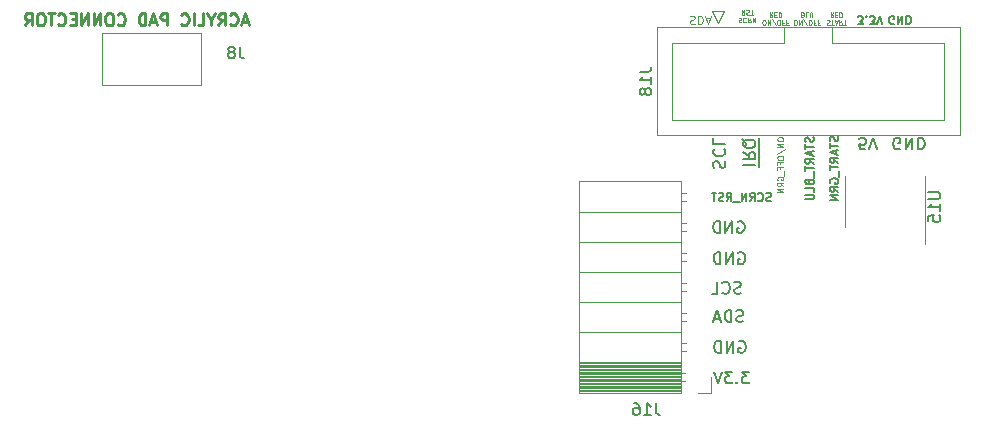
<source format=gbr>
%TF.GenerationSoftware,KiCad,Pcbnew,(6.0.0)*%
%TF.CreationDate,2022-02-02T11:03:40+03:00*%
%TF.ProjectId,Steel_form_Dish_washer,53746565-6c5f-4666-9f72-6d5f44697368,rev?*%
%TF.SameCoordinates,Original*%
%TF.FileFunction,Legend,Bot*%
%TF.FilePolarity,Positive*%
%FSLAX46Y46*%
G04 Gerber Fmt 4.6, Leading zero omitted, Abs format (unit mm)*
G04 Created by KiCad (PCBNEW (6.0.0)) date 2022-02-02 11:03:40*
%MOMM*%
%LPD*%
G01*
G04 APERTURE LIST*
%ADD10C,0.250000*%
%ADD11C,0.150000*%
%ADD12C,0.125000*%
%ADD13C,0.100000*%
%ADD14C,0.120000*%
G04 APERTURE END LIST*
D10*
X208564571Y-294044666D02*
X208088380Y-294044666D01*
X208659809Y-294330380D02*
X208326476Y-293330380D01*
X207993142Y-294330380D01*
X207088380Y-294235142D02*
X207136000Y-294282761D01*
X207278857Y-294330380D01*
X207374095Y-294330380D01*
X207516952Y-294282761D01*
X207612190Y-294187523D01*
X207659809Y-294092285D01*
X207707428Y-293901809D01*
X207707428Y-293758952D01*
X207659809Y-293568476D01*
X207612190Y-293473238D01*
X207516952Y-293378000D01*
X207374095Y-293330380D01*
X207278857Y-293330380D01*
X207136000Y-293378000D01*
X207088380Y-293425619D01*
X206088380Y-294330380D02*
X206421714Y-293854190D01*
X206659809Y-294330380D02*
X206659809Y-293330380D01*
X206278857Y-293330380D01*
X206183619Y-293378000D01*
X206136000Y-293425619D01*
X206088380Y-293520857D01*
X206088380Y-293663714D01*
X206136000Y-293758952D01*
X206183619Y-293806571D01*
X206278857Y-293854190D01*
X206659809Y-293854190D01*
X205469333Y-293854190D02*
X205469333Y-294330380D01*
X205802666Y-293330380D02*
X205469333Y-293854190D01*
X205136000Y-293330380D01*
X204326476Y-294330380D02*
X204802666Y-294330380D01*
X204802666Y-293330380D01*
X203993142Y-294330380D02*
X203993142Y-293330380D01*
X202945523Y-294235142D02*
X202993142Y-294282761D01*
X203136000Y-294330380D01*
X203231238Y-294330380D01*
X203374095Y-294282761D01*
X203469333Y-294187523D01*
X203516952Y-294092285D01*
X203564571Y-293901809D01*
X203564571Y-293758952D01*
X203516952Y-293568476D01*
X203469333Y-293473238D01*
X203374095Y-293378000D01*
X203231238Y-293330380D01*
X203136000Y-293330380D01*
X202993142Y-293378000D01*
X202945523Y-293425619D01*
X201755047Y-294330380D02*
X201755047Y-293330380D01*
X201374095Y-293330380D01*
X201278857Y-293378000D01*
X201231238Y-293425619D01*
X201183619Y-293520857D01*
X201183619Y-293663714D01*
X201231238Y-293758952D01*
X201278857Y-293806571D01*
X201374095Y-293854190D01*
X201755047Y-293854190D01*
X200802666Y-294044666D02*
X200326476Y-294044666D01*
X200897904Y-294330380D02*
X200564571Y-293330380D01*
X200231238Y-294330380D01*
X199897904Y-294330380D02*
X199897904Y-293330380D01*
X199659809Y-293330380D01*
X199516952Y-293378000D01*
X199421714Y-293473238D01*
X199374095Y-293568476D01*
X199326476Y-293758952D01*
X199326476Y-293901809D01*
X199374095Y-294092285D01*
X199421714Y-294187523D01*
X199516952Y-294282761D01*
X199659809Y-294330380D01*
X199897904Y-294330380D01*
X197564571Y-294235142D02*
X197612190Y-294282761D01*
X197755047Y-294330380D01*
X197850285Y-294330380D01*
X197993142Y-294282761D01*
X198088380Y-294187523D01*
X198136000Y-294092285D01*
X198183619Y-293901809D01*
X198183619Y-293758952D01*
X198136000Y-293568476D01*
X198088380Y-293473238D01*
X197993142Y-293378000D01*
X197850285Y-293330380D01*
X197755047Y-293330380D01*
X197612190Y-293378000D01*
X197564571Y-293425619D01*
X196945523Y-293330380D02*
X196755047Y-293330380D01*
X196659809Y-293378000D01*
X196564571Y-293473238D01*
X196516952Y-293663714D01*
X196516952Y-293997047D01*
X196564571Y-294187523D01*
X196659809Y-294282761D01*
X196755047Y-294330380D01*
X196945523Y-294330380D01*
X197040761Y-294282761D01*
X197136000Y-294187523D01*
X197183619Y-293997047D01*
X197183619Y-293663714D01*
X197136000Y-293473238D01*
X197040761Y-293378000D01*
X196945523Y-293330380D01*
X196088380Y-294330380D02*
X196088380Y-293330380D01*
X195516952Y-294330380D01*
X195516952Y-293330380D01*
X195040761Y-294330380D02*
X195040761Y-293330380D01*
X194469333Y-294330380D01*
X194469333Y-293330380D01*
X193993142Y-293806571D02*
X193659809Y-293806571D01*
X193516952Y-294330380D02*
X193993142Y-294330380D01*
X193993142Y-293330380D01*
X193516952Y-293330380D01*
X192516952Y-294235142D02*
X192564571Y-294282761D01*
X192707428Y-294330380D01*
X192802666Y-294330380D01*
X192945523Y-294282761D01*
X193040761Y-294187523D01*
X193088380Y-294092285D01*
X193136000Y-293901809D01*
X193136000Y-293758952D01*
X193088380Y-293568476D01*
X193040761Y-293473238D01*
X192945523Y-293378000D01*
X192802666Y-293330380D01*
X192707428Y-293330380D01*
X192564571Y-293378000D01*
X192516952Y-293425619D01*
X192231238Y-293330380D02*
X191659809Y-293330380D01*
X191945523Y-294330380D02*
X191945523Y-293330380D01*
X191136000Y-293330380D02*
X190945523Y-293330380D01*
X190850285Y-293378000D01*
X190755047Y-293473238D01*
X190707428Y-293663714D01*
X190707428Y-293997047D01*
X190755047Y-294187523D01*
X190850285Y-294282761D01*
X190945523Y-294330380D01*
X191136000Y-294330380D01*
X191231238Y-294282761D01*
X191326476Y-294187523D01*
X191374095Y-293997047D01*
X191374095Y-293663714D01*
X191326476Y-293473238D01*
X191231238Y-293378000D01*
X191136000Y-293330380D01*
X189707428Y-294330380D02*
X190040761Y-293854190D01*
X190278857Y-294330380D02*
X190278857Y-293330380D01*
X189897904Y-293330380D01*
X189802666Y-293378000D01*
X189755047Y-293425619D01*
X189707428Y-293520857D01*
X189707428Y-293663714D01*
X189755047Y-293758952D01*
X189802666Y-293806571D01*
X189897904Y-293854190D01*
X190278857Y-293854190D01*
D11*
X256441833Y-303800000D02*
X256475166Y-303900000D01*
X256475166Y-304066666D01*
X256441833Y-304133333D01*
X256408500Y-304166666D01*
X256341833Y-304200000D01*
X256275166Y-304200000D01*
X256208500Y-304166666D01*
X256175166Y-304133333D01*
X256141833Y-304066666D01*
X256108500Y-303933333D01*
X256075166Y-303866666D01*
X256041833Y-303833333D01*
X255975166Y-303800000D01*
X255908500Y-303800000D01*
X255841833Y-303833333D01*
X255808500Y-303866666D01*
X255775166Y-303933333D01*
X255775166Y-304100000D01*
X255808500Y-304200000D01*
X255775166Y-304400000D02*
X255775166Y-304800000D01*
X256475166Y-304600000D02*
X255775166Y-304600000D01*
X256275166Y-305000000D02*
X256275166Y-305333333D01*
X256475166Y-304933333D02*
X255775166Y-305166666D01*
X256475166Y-305400000D01*
X256475166Y-306033333D02*
X256141833Y-305800000D01*
X256475166Y-305633333D02*
X255775166Y-305633333D01*
X255775166Y-305900000D01*
X255808500Y-305966666D01*
X255841833Y-306000000D01*
X255908500Y-306033333D01*
X256008500Y-306033333D01*
X256075166Y-306000000D01*
X256108500Y-305966666D01*
X256141833Y-305900000D01*
X256141833Y-305633333D01*
X255775166Y-306233333D02*
X255775166Y-306633333D01*
X256475166Y-306433333D02*
X255775166Y-306433333D01*
X256541833Y-306700000D02*
X256541833Y-307233333D01*
X256108500Y-307633333D02*
X256141833Y-307733333D01*
X256175166Y-307766666D01*
X256241833Y-307800000D01*
X256341833Y-307800000D01*
X256408500Y-307766666D01*
X256441833Y-307733333D01*
X256475166Y-307666666D01*
X256475166Y-307400000D01*
X255775166Y-307400000D01*
X255775166Y-307633333D01*
X255808500Y-307700000D01*
X255841833Y-307733333D01*
X255908500Y-307766666D01*
X255975166Y-307766666D01*
X256041833Y-307733333D01*
X256075166Y-307700000D01*
X256108500Y-307633333D01*
X256108500Y-307400000D01*
X256475166Y-308433333D02*
X256475166Y-308100000D01*
X255775166Y-308100000D01*
X255775166Y-308666666D02*
X256341833Y-308666666D01*
X256408500Y-308700000D01*
X256441833Y-308733333D01*
X256475166Y-308800000D01*
X256475166Y-308933333D01*
X256441833Y-309000000D01*
X256408500Y-309033333D01*
X256341833Y-309066666D01*
X255775166Y-309066666D01*
X252883333Y-309183333D02*
X252783333Y-309216666D01*
X252616666Y-309216666D01*
X252550000Y-309183333D01*
X252516666Y-309150000D01*
X252483333Y-309083333D01*
X252483333Y-309016666D01*
X252516666Y-308950000D01*
X252550000Y-308916666D01*
X252616666Y-308883333D01*
X252750000Y-308850000D01*
X252816666Y-308816666D01*
X252850000Y-308783333D01*
X252883333Y-308716666D01*
X252883333Y-308650000D01*
X252850000Y-308583333D01*
X252816666Y-308550000D01*
X252750000Y-308516666D01*
X252583333Y-308516666D01*
X252483333Y-308550000D01*
X251783333Y-309150000D02*
X251816666Y-309183333D01*
X251916666Y-309216666D01*
X251983333Y-309216666D01*
X252083333Y-309183333D01*
X252150000Y-309116666D01*
X252183333Y-309050000D01*
X252216666Y-308916666D01*
X252216666Y-308816666D01*
X252183333Y-308683333D01*
X252150000Y-308616666D01*
X252083333Y-308550000D01*
X251983333Y-308516666D01*
X251916666Y-308516666D01*
X251816666Y-308550000D01*
X251783333Y-308583333D01*
X251083333Y-309216666D02*
X251316666Y-308883333D01*
X251483333Y-309216666D02*
X251483333Y-308516666D01*
X251216666Y-308516666D01*
X251150000Y-308550000D01*
X251116666Y-308583333D01*
X251083333Y-308650000D01*
X251083333Y-308750000D01*
X251116666Y-308816666D01*
X251150000Y-308850000D01*
X251216666Y-308883333D01*
X251483333Y-308883333D01*
X250783333Y-309216666D02*
X250783333Y-308516666D01*
X250383333Y-309216666D01*
X250383333Y-308516666D01*
X250216666Y-309283333D02*
X249683333Y-309283333D01*
X249116666Y-309216666D02*
X249350000Y-308883333D01*
X249516666Y-309216666D02*
X249516666Y-308516666D01*
X249250000Y-308516666D01*
X249183333Y-308550000D01*
X249150000Y-308583333D01*
X249116666Y-308650000D01*
X249116666Y-308750000D01*
X249150000Y-308816666D01*
X249183333Y-308850000D01*
X249250000Y-308883333D01*
X249516666Y-308883333D01*
X248850000Y-309183333D02*
X248750000Y-309216666D01*
X248583333Y-309216666D01*
X248516666Y-309183333D01*
X248483333Y-309150000D01*
X248450000Y-309083333D01*
X248450000Y-309016666D01*
X248483333Y-308950000D01*
X248516666Y-308916666D01*
X248583333Y-308883333D01*
X248716666Y-308850000D01*
X248783333Y-308816666D01*
X248816666Y-308783333D01*
X248850000Y-308716666D01*
X248850000Y-308650000D01*
X248816666Y-308583333D01*
X248783333Y-308550000D01*
X248716666Y-308516666D01*
X248550000Y-308516666D01*
X248450000Y-308550000D01*
X248250000Y-308516666D02*
X247850000Y-308516666D01*
X248050000Y-309216666D02*
X248050000Y-308516666D01*
X258533333Y-303733333D02*
X258566666Y-303833333D01*
X258566666Y-304000000D01*
X258533333Y-304066666D01*
X258500000Y-304100000D01*
X258433333Y-304133333D01*
X258366666Y-304133333D01*
X258300000Y-304100000D01*
X258266666Y-304066666D01*
X258233333Y-304000000D01*
X258200000Y-303866666D01*
X258166666Y-303800000D01*
X258133333Y-303766666D01*
X258066666Y-303733333D01*
X258000000Y-303733333D01*
X257933333Y-303766666D01*
X257900000Y-303800000D01*
X257866666Y-303866666D01*
X257866666Y-304033333D01*
X257900000Y-304133333D01*
X257866666Y-304333333D02*
X257866666Y-304733333D01*
X258566666Y-304533333D02*
X257866666Y-304533333D01*
X258366666Y-304933333D02*
X258366666Y-305266666D01*
X258566666Y-304866666D02*
X257866666Y-305100000D01*
X258566666Y-305333333D01*
X258566666Y-305966666D02*
X258233333Y-305733333D01*
X258566666Y-305566666D02*
X257866666Y-305566666D01*
X257866666Y-305833333D01*
X257900000Y-305900000D01*
X257933333Y-305933333D01*
X258000000Y-305966666D01*
X258100000Y-305966666D01*
X258166666Y-305933333D01*
X258200000Y-305900000D01*
X258233333Y-305833333D01*
X258233333Y-305566666D01*
X257866666Y-306166666D02*
X257866666Y-306566666D01*
X258566666Y-306366666D02*
X257866666Y-306366666D01*
X258633333Y-306633333D02*
X258633333Y-307166666D01*
X257900000Y-307700000D02*
X257866666Y-307633333D01*
X257866666Y-307533333D01*
X257900000Y-307433333D01*
X257966666Y-307366666D01*
X258033333Y-307333333D01*
X258166666Y-307300000D01*
X258266666Y-307300000D01*
X258400000Y-307333333D01*
X258466666Y-307366666D01*
X258533333Y-307433333D01*
X258566666Y-307533333D01*
X258566666Y-307600000D01*
X258533333Y-307700000D01*
X258500000Y-307733333D01*
X258266666Y-307733333D01*
X258266666Y-307600000D01*
X258566666Y-308433333D02*
X258233333Y-308200000D01*
X258566666Y-308033333D02*
X257866666Y-308033333D01*
X257866666Y-308300000D01*
X257900000Y-308366666D01*
X257933333Y-308400000D01*
X258000000Y-308433333D01*
X258100000Y-308433333D01*
X258166666Y-308400000D01*
X258200000Y-308366666D01*
X258233333Y-308300000D01*
X258233333Y-308033333D01*
X258566666Y-308733333D02*
X257866666Y-308733333D01*
X258566666Y-309133333D01*
X257866666Y-309133333D01*
X250111904Y-313600000D02*
X250207142Y-313552380D01*
X250350000Y-313552380D01*
X250492857Y-313600000D01*
X250588095Y-313695238D01*
X250635714Y-313790476D01*
X250683333Y-313980952D01*
X250683333Y-314123809D01*
X250635714Y-314314285D01*
X250588095Y-314409523D01*
X250492857Y-314504761D01*
X250350000Y-314552380D01*
X250254761Y-314552380D01*
X250111904Y-314504761D01*
X250064285Y-314457142D01*
X250064285Y-314123809D01*
X250254761Y-314123809D01*
X249635714Y-314552380D02*
X249635714Y-313552380D01*
X249064285Y-314552380D01*
X249064285Y-313552380D01*
X248588095Y-314552380D02*
X248588095Y-313552380D01*
X248350000Y-313552380D01*
X248207142Y-313600000D01*
X248111904Y-313695238D01*
X248064285Y-313790476D01*
X248016666Y-313980952D01*
X248016666Y-314123809D01*
X248064285Y-314314285D01*
X248111904Y-314409523D01*
X248207142Y-314504761D01*
X248350000Y-314552380D01*
X248588095Y-314552380D01*
D12*
X253426190Y-303935714D02*
X253426190Y-304030952D01*
X253450000Y-304078571D01*
X253497619Y-304126190D01*
X253592857Y-304150000D01*
X253759523Y-304150000D01*
X253854761Y-304126190D01*
X253902380Y-304078571D01*
X253926190Y-304030952D01*
X253926190Y-303935714D01*
X253902380Y-303888095D01*
X253854761Y-303840476D01*
X253759523Y-303816666D01*
X253592857Y-303816666D01*
X253497619Y-303840476D01*
X253450000Y-303888095D01*
X253426190Y-303935714D01*
X253926190Y-304364285D02*
X253426190Y-304364285D01*
X253926190Y-304650000D01*
X253426190Y-304650000D01*
X253402380Y-305245238D02*
X254045238Y-304816666D01*
X253426190Y-305507142D02*
X253426190Y-305602380D01*
X253450000Y-305650000D01*
X253497619Y-305697619D01*
X253592857Y-305721428D01*
X253759523Y-305721428D01*
X253854761Y-305697619D01*
X253902380Y-305650000D01*
X253926190Y-305602380D01*
X253926190Y-305507142D01*
X253902380Y-305459523D01*
X253854761Y-305411904D01*
X253759523Y-305388095D01*
X253592857Y-305388095D01*
X253497619Y-305411904D01*
X253450000Y-305459523D01*
X253426190Y-305507142D01*
X253664285Y-306102380D02*
X253664285Y-305935714D01*
X253926190Y-305935714D02*
X253426190Y-305935714D01*
X253426190Y-306173809D01*
X253664285Y-306530952D02*
X253664285Y-306364285D01*
X253926190Y-306364285D02*
X253426190Y-306364285D01*
X253426190Y-306602380D01*
X253973809Y-306673809D02*
X253973809Y-307054761D01*
X253450000Y-307435714D02*
X253426190Y-307388095D01*
X253426190Y-307316666D01*
X253450000Y-307245238D01*
X253497619Y-307197619D01*
X253545238Y-307173809D01*
X253640476Y-307150000D01*
X253711904Y-307150000D01*
X253807142Y-307173809D01*
X253854761Y-307197619D01*
X253902380Y-307245238D01*
X253926190Y-307316666D01*
X253926190Y-307364285D01*
X253902380Y-307435714D01*
X253878571Y-307459523D01*
X253711904Y-307459523D01*
X253711904Y-307364285D01*
X253926190Y-307959523D02*
X253688095Y-307792857D01*
X253926190Y-307673809D02*
X253426190Y-307673809D01*
X253426190Y-307864285D01*
X253450000Y-307911904D01*
X253473809Y-307935714D01*
X253521428Y-307959523D01*
X253592857Y-307959523D01*
X253640476Y-307935714D01*
X253664285Y-307911904D01*
X253688095Y-307864285D01*
X253688095Y-307673809D01*
X253926190Y-308173809D02*
X253426190Y-308173809D01*
X253926190Y-308459523D01*
X253426190Y-308459523D01*
D13*
X257609523Y-293910095D02*
X257666666Y-293891047D01*
X257761904Y-293891047D01*
X257800000Y-293910095D01*
X257819047Y-293929142D01*
X257838095Y-293967238D01*
X257838095Y-294005333D01*
X257819047Y-294043428D01*
X257800000Y-294062476D01*
X257761904Y-294081523D01*
X257685714Y-294100571D01*
X257647619Y-294119619D01*
X257628571Y-294138666D01*
X257609523Y-294176761D01*
X257609523Y-294214857D01*
X257628571Y-294252952D01*
X257647619Y-294272000D01*
X257685714Y-294291047D01*
X257780952Y-294291047D01*
X257838095Y-294272000D01*
X257952380Y-294291047D02*
X258180952Y-294291047D01*
X258066666Y-293891047D02*
X258066666Y-294291047D01*
X258295238Y-294005333D02*
X258485714Y-294005333D01*
X258257142Y-293891047D02*
X258390476Y-294291047D01*
X258523809Y-293891047D01*
X258885714Y-293891047D02*
X258752380Y-294081523D01*
X258657142Y-293891047D02*
X258657142Y-294291047D01*
X258809523Y-294291047D01*
X258847619Y-294272000D01*
X258866666Y-294252952D01*
X258885714Y-294214857D01*
X258885714Y-294157714D01*
X258866666Y-294119619D01*
X258847619Y-294100571D01*
X258809523Y-294081523D01*
X258657142Y-294081523D01*
X259000000Y-294291047D02*
X259228571Y-294291047D01*
X259114285Y-293891047D02*
X259114285Y-294291047D01*
X258142857Y-293247047D02*
X258009523Y-293437523D01*
X257914285Y-293247047D02*
X257914285Y-293647047D01*
X258066666Y-293647047D01*
X258104761Y-293628000D01*
X258123809Y-293608952D01*
X258142857Y-293570857D01*
X258142857Y-293513714D01*
X258123809Y-293475619D01*
X258104761Y-293456571D01*
X258066666Y-293437523D01*
X257914285Y-293437523D01*
X258314285Y-293456571D02*
X258447619Y-293456571D01*
X258504761Y-293247047D02*
X258314285Y-293247047D01*
X258314285Y-293647047D01*
X258504761Y-293647047D01*
X258676190Y-293247047D02*
X258676190Y-293647047D01*
X258771428Y-293647047D01*
X258828571Y-293628000D01*
X258866666Y-293589904D01*
X258885714Y-293551809D01*
X258904761Y-293475619D01*
X258904761Y-293418476D01*
X258885714Y-293342285D01*
X258866666Y-293304190D01*
X258828571Y-293266095D01*
X258771428Y-293247047D01*
X258676190Y-293247047D01*
D11*
X250161904Y-321100000D02*
X250257142Y-321052380D01*
X250400000Y-321052380D01*
X250542857Y-321100000D01*
X250638095Y-321195238D01*
X250685714Y-321290476D01*
X250733333Y-321480952D01*
X250733333Y-321623809D01*
X250685714Y-321814285D01*
X250638095Y-321909523D01*
X250542857Y-322004761D01*
X250400000Y-322052380D01*
X250304761Y-322052380D01*
X250161904Y-322004761D01*
X250114285Y-321957142D01*
X250114285Y-321623809D01*
X250304761Y-321623809D01*
X249685714Y-322052380D02*
X249685714Y-321052380D01*
X249114285Y-322052380D01*
X249114285Y-321052380D01*
X248638095Y-322052380D02*
X248638095Y-321052380D01*
X248400000Y-321052380D01*
X248257142Y-321100000D01*
X248161904Y-321195238D01*
X248114285Y-321290476D01*
X248066666Y-321480952D01*
X248066666Y-321623809D01*
X248114285Y-321814285D01*
X248161904Y-321909523D01*
X248257142Y-322004761D01*
X248400000Y-322052380D01*
X248638095Y-322052380D01*
D13*
X246000000Y-293566666D02*
X246100000Y-293533333D01*
X246266666Y-293533333D01*
X246333333Y-293566666D01*
X246366666Y-293600000D01*
X246400000Y-293666666D01*
X246400000Y-293733333D01*
X246366666Y-293800000D01*
X246333333Y-293833333D01*
X246266666Y-293866666D01*
X246133333Y-293900000D01*
X246066666Y-293933333D01*
X246033333Y-293966666D01*
X246000000Y-294033333D01*
X246000000Y-294100000D01*
X246033333Y-294166666D01*
X246066666Y-294200000D01*
X246133333Y-294233333D01*
X246300000Y-294233333D01*
X246400000Y-294200000D01*
X246700000Y-293533333D02*
X246700000Y-294233333D01*
X246866666Y-294233333D01*
X246966666Y-294200000D01*
X247033333Y-294133333D01*
X247066666Y-294066666D01*
X247100000Y-293933333D01*
X247100000Y-293833333D01*
X247066666Y-293700000D01*
X247033333Y-293633333D01*
X246966666Y-293566666D01*
X246866666Y-293533333D01*
X246700000Y-293533333D01*
X247366666Y-293733333D02*
X247700000Y-293733333D01*
X247300000Y-293533333D02*
X247533333Y-294233333D01*
X247766666Y-293533333D01*
D11*
X251830000Y-306361904D02*
X251830000Y-305885714D01*
X250547619Y-306123809D02*
X251547619Y-306123809D01*
X251830000Y-305885714D02*
X251830000Y-304885714D01*
X250547619Y-305076190D02*
X251023809Y-305409523D01*
X250547619Y-305647619D02*
X251547619Y-305647619D01*
X251547619Y-305266666D01*
X251500000Y-305171428D01*
X251452380Y-305123809D01*
X251357142Y-305076190D01*
X251214285Y-305076190D01*
X251119047Y-305123809D01*
X251071428Y-305171428D01*
X251023809Y-305266666D01*
X251023809Y-305647619D01*
X251830000Y-304885714D02*
X251830000Y-303838095D01*
X250452380Y-303980952D02*
X250500000Y-304076190D01*
X250595238Y-304171428D01*
X250738095Y-304314285D01*
X250785714Y-304409523D01*
X250785714Y-304504761D01*
X250547619Y-304457142D02*
X250595238Y-304552380D01*
X250690476Y-304647619D01*
X250880952Y-304695238D01*
X251214285Y-304695238D01*
X251404761Y-304647619D01*
X251500000Y-304552380D01*
X251547619Y-304457142D01*
X251547619Y-304266666D01*
X251500000Y-304171428D01*
X251404761Y-304076190D01*
X251214285Y-304028571D01*
X250880952Y-304028571D01*
X250690476Y-304076190D01*
X250595238Y-304171428D01*
X250547619Y-304266666D01*
X250547619Y-304457142D01*
X250514285Y-319404761D02*
X250371428Y-319452380D01*
X250133333Y-319452380D01*
X250038095Y-319404761D01*
X249990476Y-319357142D01*
X249942857Y-319261904D01*
X249942857Y-319166666D01*
X249990476Y-319071428D01*
X250038095Y-319023809D01*
X250133333Y-318976190D01*
X250323809Y-318928571D01*
X250419047Y-318880952D01*
X250466666Y-318833333D01*
X250514285Y-318738095D01*
X250514285Y-318642857D01*
X250466666Y-318547619D01*
X250419047Y-318500000D01*
X250323809Y-318452380D01*
X250085714Y-318452380D01*
X249942857Y-318500000D01*
X249514285Y-319452380D02*
X249514285Y-318452380D01*
X249276190Y-318452380D01*
X249133333Y-318500000D01*
X249038095Y-318595238D01*
X248990476Y-318690476D01*
X248942857Y-318880952D01*
X248942857Y-319023809D01*
X248990476Y-319214285D01*
X249038095Y-319309523D01*
X249133333Y-319404761D01*
X249276190Y-319452380D01*
X249514285Y-319452380D01*
X248561904Y-319166666D02*
X248085714Y-319166666D01*
X248657142Y-319452380D02*
X248323809Y-318452380D01*
X247990476Y-319452380D01*
X248045238Y-306390476D02*
X247997619Y-306247619D01*
X247997619Y-306009523D01*
X248045238Y-305914285D01*
X248092857Y-305866666D01*
X248188095Y-305819047D01*
X248283333Y-305819047D01*
X248378571Y-305866666D01*
X248426190Y-305914285D01*
X248473809Y-306009523D01*
X248521428Y-306200000D01*
X248569047Y-306295238D01*
X248616666Y-306342857D01*
X248711904Y-306390476D01*
X248807142Y-306390476D01*
X248902380Y-306342857D01*
X248950000Y-306295238D01*
X248997619Y-306200000D01*
X248997619Y-305961904D01*
X248950000Y-305819047D01*
X248092857Y-304819047D02*
X248045238Y-304866666D01*
X247997619Y-305009523D01*
X247997619Y-305104761D01*
X248045238Y-305247619D01*
X248140476Y-305342857D01*
X248235714Y-305390476D01*
X248426190Y-305438095D01*
X248569047Y-305438095D01*
X248759523Y-305390476D01*
X248854761Y-305342857D01*
X248950000Y-305247619D01*
X248997619Y-305104761D01*
X248997619Y-305009523D01*
X248950000Y-304866666D01*
X248902380Y-304819047D01*
X247997619Y-303914285D02*
X247997619Y-304390476D01*
X248997619Y-304390476D01*
D13*
X252240476Y-294291047D02*
X252316666Y-294291047D01*
X252354761Y-294272000D01*
X252392857Y-294233904D01*
X252411904Y-294157714D01*
X252411904Y-294024380D01*
X252392857Y-293948190D01*
X252354761Y-293910095D01*
X252316666Y-293891047D01*
X252240476Y-293891047D01*
X252202380Y-293910095D01*
X252164285Y-293948190D01*
X252145238Y-294024380D01*
X252145238Y-294157714D01*
X252164285Y-294233904D01*
X252202380Y-294272000D01*
X252240476Y-294291047D01*
X252583333Y-293891047D02*
X252583333Y-294291047D01*
X252811904Y-293891047D01*
X252811904Y-294291047D01*
X253288095Y-294310095D02*
X252945238Y-293795809D01*
X253497619Y-294291047D02*
X253573809Y-294291047D01*
X253611904Y-294272000D01*
X253650000Y-294233904D01*
X253669047Y-294157714D01*
X253669047Y-294024380D01*
X253650000Y-293948190D01*
X253611904Y-293910095D01*
X253573809Y-293891047D01*
X253497619Y-293891047D01*
X253459523Y-293910095D01*
X253421428Y-293948190D01*
X253402380Y-294024380D01*
X253402380Y-294157714D01*
X253421428Y-294233904D01*
X253459523Y-294272000D01*
X253497619Y-294291047D01*
X253973809Y-294100571D02*
X253840476Y-294100571D01*
X253840476Y-293891047D02*
X253840476Y-294291047D01*
X254030952Y-294291047D01*
X254316666Y-294100571D02*
X254183333Y-294100571D01*
X254183333Y-293891047D02*
X254183333Y-294291047D01*
X254373809Y-294291047D01*
X252992857Y-293247047D02*
X252859523Y-293437523D01*
X252764285Y-293247047D02*
X252764285Y-293647047D01*
X252916666Y-293647047D01*
X252954761Y-293628000D01*
X252973809Y-293608952D01*
X252992857Y-293570857D01*
X252992857Y-293513714D01*
X252973809Y-293475619D01*
X252954761Y-293456571D01*
X252916666Y-293437523D01*
X252764285Y-293437523D01*
X253164285Y-293456571D02*
X253297619Y-293456571D01*
X253354761Y-293247047D02*
X253164285Y-293247047D01*
X253164285Y-293647047D01*
X253354761Y-293647047D01*
X253526190Y-293247047D02*
X253526190Y-293647047D01*
X253621428Y-293647047D01*
X253678571Y-293628000D01*
X253716666Y-293589904D01*
X253735714Y-293551809D01*
X253754761Y-293475619D01*
X253754761Y-293418476D01*
X253735714Y-293342285D01*
X253716666Y-293304190D01*
X253678571Y-293266095D01*
X253621428Y-293247047D01*
X253526190Y-293247047D01*
D11*
X260216666Y-294233333D02*
X260650000Y-294233333D01*
X260416666Y-293966666D01*
X260516666Y-293966666D01*
X260583333Y-293933333D01*
X260616666Y-293900000D01*
X260650000Y-293833333D01*
X260650000Y-293666666D01*
X260616666Y-293600000D01*
X260583333Y-293566666D01*
X260516666Y-293533333D01*
X260316666Y-293533333D01*
X260250000Y-293566666D01*
X260216666Y-293600000D01*
X260950000Y-293600000D02*
X260983333Y-293566666D01*
X260950000Y-293533333D01*
X260916666Y-293566666D01*
X260950000Y-293600000D01*
X260950000Y-293533333D01*
X261216666Y-294233333D02*
X261650000Y-294233333D01*
X261416666Y-293966666D01*
X261516666Y-293966666D01*
X261583333Y-293933333D01*
X261616666Y-293900000D01*
X261650000Y-293833333D01*
X261650000Y-293666666D01*
X261616666Y-293600000D01*
X261583333Y-293566666D01*
X261516666Y-293533333D01*
X261316666Y-293533333D01*
X261250000Y-293566666D01*
X261216666Y-293600000D01*
X261850000Y-294233333D02*
X262083333Y-293533333D01*
X262316666Y-294233333D01*
D13*
X254890476Y-294291047D02*
X254966666Y-294291047D01*
X255004761Y-294272000D01*
X255042857Y-294233904D01*
X255061904Y-294157714D01*
X255061904Y-294024380D01*
X255042857Y-293948190D01*
X255004761Y-293910095D01*
X254966666Y-293891047D01*
X254890476Y-293891047D01*
X254852380Y-293910095D01*
X254814285Y-293948190D01*
X254795238Y-294024380D01*
X254795238Y-294157714D01*
X254814285Y-294233904D01*
X254852380Y-294272000D01*
X254890476Y-294291047D01*
X255233333Y-293891047D02*
X255233333Y-294291047D01*
X255461904Y-293891047D01*
X255461904Y-294291047D01*
X255938095Y-294310095D02*
X255595238Y-293795809D01*
X256147619Y-294291047D02*
X256223809Y-294291047D01*
X256261904Y-294272000D01*
X256300000Y-294233904D01*
X256319047Y-294157714D01*
X256319047Y-294024380D01*
X256300000Y-293948190D01*
X256261904Y-293910095D01*
X256223809Y-293891047D01*
X256147619Y-293891047D01*
X256109523Y-293910095D01*
X256071428Y-293948190D01*
X256052380Y-294024380D01*
X256052380Y-294157714D01*
X256071428Y-294233904D01*
X256109523Y-294272000D01*
X256147619Y-294291047D01*
X256623809Y-294100571D02*
X256490476Y-294100571D01*
X256490476Y-293891047D02*
X256490476Y-294291047D01*
X256680952Y-294291047D01*
X256966666Y-294100571D02*
X256833333Y-294100571D01*
X256833333Y-293891047D02*
X256833333Y-294291047D01*
X257023809Y-294291047D01*
X255557142Y-293456571D02*
X255614285Y-293437523D01*
X255633333Y-293418476D01*
X255652380Y-293380380D01*
X255652380Y-293323238D01*
X255633333Y-293285142D01*
X255614285Y-293266095D01*
X255576190Y-293247047D01*
X255423809Y-293247047D01*
X255423809Y-293647047D01*
X255557142Y-293647047D01*
X255595238Y-293628000D01*
X255614285Y-293608952D01*
X255633333Y-293570857D01*
X255633333Y-293532761D01*
X255614285Y-293494666D01*
X255595238Y-293475619D01*
X255557142Y-293456571D01*
X255423809Y-293456571D01*
X256014285Y-293247047D02*
X255823809Y-293247047D01*
X255823809Y-293647047D01*
X256147619Y-293647047D02*
X256147619Y-293323238D01*
X256166666Y-293285142D01*
X256185714Y-293266095D01*
X256223809Y-293247047D01*
X256300000Y-293247047D01*
X256338095Y-293266095D01*
X256357142Y-293285142D01*
X256376190Y-293323238D01*
X256376190Y-293647047D01*
X250126190Y-293710095D02*
X250183333Y-293691047D01*
X250278571Y-293691047D01*
X250316666Y-293710095D01*
X250335714Y-293729142D01*
X250354761Y-293767238D01*
X250354761Y-293805333D01*
X250335714Y-293843428D01*
X250316666Y-293862476D01*
X250278571Y-293881523D01*
X250202380Y-293900571D01*
X250164285Y-293919619D01*
X250145238Y-293938666D01*
X250126190Y-293976761D01*
X250126190Y-294014857D01*
X250145238Y-294052952D01*
X250164285Y-294072000D01*
X250202380Y-294091047D01*
X250297619Y-294091047D01*
X250354761Y-294072000D01*
X250754761Y-293729142D02*
X250735714Y-293710095D01*
X250678571Y-293691047D01*
X250640476Y-293691047D01*
X250583333Y-293710095D01*
X250545238Y-293748190D01*
X250526190Y-293786285D01*
X250507142Y-293862476D01*
X250507142Y-293919619D01*
X250526190Y-293995809D01*
X250545238Y-294033904D01*
X250583333Y-294072000D01*
X250640476Y-294091047D01*
X250678571Y-294091047D01*
X250735714Y-294072000D01*
X250754761Y-294052952D01*
X251154761Y-293691047D02*
X251021428Y-293881523D01*
X250926190Y-293691047D02*
X250926190Y-294091047D01*
X251078571Y-294091047D01*
X251116666Y-294072000D01*
X251135714Y-294052952D01*
X251154761Y-294014857D01*
X251154761Y-293957714D01*
X251135714Y-293919619D01*
X251116666Y-293900571D01*
X251078571Y-293881523D01*
X250926190Y-293881523D01*
X251326190Y-293691047D02*
X251326190Y-294091047D01*
X251554761Y-293691047D01*
X251554761Y-294091047D01*
X250630952Y-293047047D02*
X250497619Y-293237523D01*
X250402380Y-293047047D02*
X250402380Y-293447047D01*
X250554761Y-293447047D01*
X250592857Y-293428000D01*
X250611904Y-293408952D01*
X250630952Y-293370857D01*
X250630952Y-293313714D01*
X250611904Y-293275619D01*
X250592857Y-293256571D01*
X250554761Y-293237523D01*
X250402380Y-293237523D01*
X250783333Y-293066095D02*
X250840476Y-293047047D01*
X250935714Y-293047047D01*
X250973809Y-293066095D01*
X250992857Y-293085142D01*
X251011904Y-293123238D01*
X251011904Y-293161333D01*
X250992857Y-293199428D01*
X250973809Y-293218476D01*
X250935714Y-293237523D01*
X250859523Y-293256571D01*
X250821428Y-293275619D01*
X250802380Y-293294666D01*
X250783333Y-293332761D01*
X250783333Y-293370857D01*
X250802380Y-293408952D01*
X250821428Y-293428000D01*
X250859523Y-293447047D01*
X250954761Y-293447047D01*
X251011904Y-293428000D01*
X251126190Y-293447047D02*
X251354761Y-293447047D01*
X251240476Y-293047047D02*
X251240476Y-293447047D01*
D11*
X250061904Y-310950000D02*
X250157142Y-310902380D01*
X250300000Y-310902380D01*
X250442857Y-310950000D01*
X250538095Y-311045238D01*
X250585714Y-311140476D01*
X250633333Y-311330952D01*
X250633333Y-311473809D01*
X250585714Y-311664285D01*
X250538095Y-311759523D01*
X250442857Y-311854761D01*
X250300000Y-311902380D01*
X250204761Y-311902380D01*
X250061904Y-311854761D01*
X250014285Y-311807142D01*
X250014285Y-311473809D01*
X250204761Y-311473809D01*
X249585714Y-311902380D02*
X249585714Y-310902380D01*
X249014285Y-311902380D01*
X249014285Y-310902380D01*
X248538095Y-311902380D02*
X248538095Y-310902380D01*
X248300000Y-310902380D01*
X248157142Y-310950000D01*
X248061904Y-311045238D01*
X248014285Y-311140476D01*
X247966666Y-311330952D01*
X247966666Y-311473809D01*
X248014285Y-311664285D01*
X248061904Y-311759523D01*
X248157142Y-311854761D01*
X248300000Y-311902380D01*
X248538095Y-311902380D01*
X251026190Y-323652380D02*
X250407142Y-323652380D01*
X250740476Y-324033333D01*
X250597619Y-324033333D01*
X250502380Y-324080952D01*
X250454761Y-324128571D01*
X250407142Y-324223809D01*
X250407142Y-324461904D01*
X250454761Y-324557142D01*
X250502380Y-324604761D01*
X250597619Y-324652380D01*
X250883333Y-324652380D01*
X250978571Y-324604761D01*
X251026190Y-324557142D01*
X249978571Y-324557142D02*
X249930952Y-324604761D01*
X249978571Y-324652380D01*
X250026190Y-324604761D01*
X249978571Y-324557142D01*
X249978571Y-324652380D01*
X249597619Y-323652380D02*
X248978571Y-323652380D01*
X249311904Y-324033333D01*
X249169047Y-324033333D01*
X249073809Y-324080952D01*
X249026190Y-324128571D01*
X248978571Y-324223809D01*
X248978571Y-324461904D01*
X249026190Y-324557142D01*
X249073809Y-324604761D01*
X249169047Y-324652380D01*
X249454761Y-324652380D01*
X249550000Y-324604761D01*
X249597619Y-324557142D01*
X248692857Y-323652380D02*
X248359523Y-324652380D01*
X248026190Y-323652380D01*
X250340476Y-317004761D02*
X250197619Y-317052380D01*
X249959523Y-317052380D01*
X249864285Y-317004761D01*
X249816666Y-316957142D01*
X249769047Y-316861904D01*
X249769047Y-316766666D01*
X249816666Y-316671428D01*
X249864285Y-316623809D01*
X249959523Y-316576190D01*
X250150000Y-316528571D01*
X250245238Y-316480952D01*
X250292857Y-316433333D01*
X250340476Y-316338095D01*
X250340476Y-316242857D01*
X250292857Y-316147619D01*
X250245238Y-316100000D01*
X250150000Y-316052380D01*
X249911904Y-316052380D01*
X249769047Y-316100000D01*
X248769047Y-316957142D02*
X248816666Y-317004761D01*
X248959523Y-317052380D01*
X249054761Y-317052380D01*
X249197619Y-317004761D01*
X249292857Y-316909523D01*
X249340476Y-316814285D01*
X249388095Y-316623809D01*
X249388095Y-316480952D01*
X249340476Y-316290476D01*
X249292857Y-316195238D01*
X249197619Y-316100000D01*
X249054761Y-316052380D01*
X248959523Y-316052380D01*
X248816666Y-316100000D01*
X248769047Y-316147619D01*
X247864285Y-317052380D02*
X248340476Y-317052380D01*
X248340476Y-316052380D01*
X260859523Y-304847619D02*
X260383333Y-304847619D01*
X260335714Y-304371428D01*
X260383333Y-304419047D01*
X260478571Y-304466666D01*
X260716666Y-304466666D01*
X260811904Y-304419047D01*
X260859523Y-304371428D01*
X260907142Y-304276190D01*
X260907142Y-304038095D01*
X260859523Y-303942857D01*
X260811904Y-303895238D01*
X260716666Y-303847619D01*
X260478571Y-303847619D01*
X260383333Y-303895238D01*
X260335714Y-303942857D01*
X261192857Y-304847619D02*
X261526190Y-303847619D01*
X261859523Y-304847619D01*
X263266666Y-294200000D02*
X263200000Y-294233333D01*
X263100000Y-294233333D01*
X263000000Y-294200000D01*
X262933333Y-294133333D01*
X262900000Y-294066666D01*
X262866666Y-293933333D01*
X262866666Y-293833333D01*
X262900000Y-293700000D01*
X262933333Y-293633333D01*
X263000000Y-293566666D01*
X263100000Y-293533333D01*
X263166666Y-293533333D01*
X263266666Y-293566666D01*
X263300000Y-293600000D01*
X263300000Y-293833333D01*
X263166666Y-293833333D01*
X263600000Y-293533333D02*
X263600000Y-294233333D01*
X264000000Y-293533333D01*
X264000000Y-294233333D01*
X264333333Y-293533333D02*
X264333333Y-294233333D01*
X264500000Y-294233333D01*
X264600000Y-294200000D01*
X264666666Y-294133333D01*
X264700000Y-294066666D01*
X264733333Y-293933333D01*
X264733333Y-293833333D01*
X264700000Y-293700000D01*
X264666666Y-293633333D01*
X264600000Y-293566666D01*
X264500000Y-293533333D01*
X264333333Y-293533333D01*
X263788095Y-304800000D02*
X263692857Y-304847619D01*
X263550000Y-304847619D01*
X263407142Y-304800000D01*
X263311904Y-304704761D01*
X263264285Y-304609523D01*
X263216666Y-304419047D01*
X263216666Y-304276190D01*
X263264285Y-304085714D01*
X263311904Y-303990476D01*
X263407142Y-303895238D01*
X263550000Y-303847619D01*
X263645238Y-303847619D01*
X263788095Y-303895238D01*
X263835714Y-303942857D01*
X263835714Y-304276190D01*
X263645238Y-304276190D01*
X264264285Y-303847619D02*
X264264285Y-304847619D01*
X264835714Y-303847619D01*
X264835714Y-304847619D01*
X265311904Y-303847619D02*
X265311904Y-304847619D01*
X265550000Y-304847619D01*
X265692857Y-304800000D01*
X265788095Y-304704761D01*
X265835714Y-304609523D01*
X265883333Y-304419047D01*
X265883333Y-304276190D01*
X265835714Y-304085714D01*
X265788095Y-303990476D01*
X265692857Y-303895238D01*
X265550000Y-303847619D01*
X265311904Y-303847619D01*
%TO.C,J16*%
X243129523Y-326322380D02*
X243129523Y-327036666D01*
X243177142Y-327179523D01*
X243272380Y-327274761D01*
X243415238Y-327322380D01*
X243510476Y-327322380D01*
X242129523Y-327322380D02*
X242700952Y-327322380D01*
X242415238Y-327322380D02*
X242415238Y-326322380D01*
X242510476Y-326465238D01*
X242605714Y-326560476D01*
X242700952Y-326608095D01*
X241272380Y-326322380D02*
X241462857Y-326322380D01*
X241558095Y-326370000D01*
X241605714Y-326417619D01*
X241700952Y-326560476D01*
X241748571Y-326750952D01*
X241748571Y-327131904D01*
X241700952Y-327227142D01*
X241653333Y-327274761D01*
X241558095Y-327322380D01*
X241367619Y-327322380D01*
X241272380Y-327274761D01*
X241224761Y-327227142D01*
X241177142Y-327131904D01*
X241177142Y-326893809D01*
X241224761Y-326798571D01*
X241272380Y-326750952D01*
X241367619Y-326703333D01*
X241558095Y-326703333D01*
X241653333Y-326750952D01*
X241700952Y-326798571D01*
X241748571Y-326893809D01*
%TO.C,J18*%
X241752380Y-298260476D02*
X242466666Y-298260476D01*
X242609523Y-298212857D01*
X242704761Y-298117619D01*
X242752380Y-297974761D01*
X242752380Y-297879523D01*
X242752380Y-299260476D02*
X242752380Y-298689047D01*
X242752380Y-298974761D02*
X241752380Y-298974761D01*
X241895238Y-298879523D01*
X241990476Y-298784285D01*
X242038095Y-298689047D01*
X242180952Y-299831904D02*
X242133333Y-299736666D01*
X242085714Y-299689047D01*
X241990476Y-299641428D01*
X241942857Y-299641428D01*
X241847619Y-299689047D01*
X241800000Y-299736666D01*
X241752380Y-299831904D01*
X241752380Y-300022380D01*
X241800000Y-300117619D01*
X241847619Y-300165238D01*
X241942857Y-300212857D01*
X241990476Y-300212857D01*
X242085714Y-300165238D01*
X242133333Y-300117619D01*
X242180952Y-300022380D01*
X242180952Y-299831904D01*
X242228571Y-299736666D01*
X242276190Y-299689047D01*
X242371428Y-299641428D01*
X242561904Y-299641428D01*
X242657142Y-299689047D01*
X242704761Y-299736666D01*
X242752380Y-299831904D01*
X242752380Y-300022380D01*
X242704761Y-300117619D01*
X242657142Y-300165238D01*
X242561904Y-300212857D01*
X242371428Y-300212857D01*
X242276190Y-300165238D01*
X242228571Y-300117619D01*
X242180952Y-300022380D01*
%TO.C,U15*%
X266202380Y-308461904D02*
X267011904Y-308461904D01*
X267107142Y-308509523D01*
X267154761Y-308557142D01*
X267202380Y-308652380D01*
X267202380Y-308842857D01*
X267154761Y-308938095D01*
X267107142Y-308985714D01*
X267011904Y-309033333D01*
X266202380Y-309033333D01*
X267202380Y-310033333D02*
X267202380Y-309461904D01*
X267202380Y-309747619D02*
X266202380Y-309747619D01*
X266345238Y-309652380D01*
X266440476Y-309557142D01*
X266488095Y-309461904D01*
X266202380Y-310938095D02*
X266202380Y-310461904D01*
X266678571Y-310414285D01*
X266630952Y-310461904D01*
X266583333Y-310557142D01*
X266583333Y-310795238D01*
X266630952Y-310890476D01*
X266678571Y-310938095D01*
X266773809Y-310985714D01*
X267011904Y-310985714D01*
X267107142Y-310938095D01*
X267154761Y-310890476D01*
X267202380Y-310795238D01*
X267202380Y-310557142D01*
X267154761Y-310461904D01*
X267107142Y-310414285D01*
%TO.C,J8*%
X207905333Y-296132380D02*
X207905333Y-296846666D01*
X207952952Y-296989523D01*
X208048190Y-297084761D01*
X208191047Y-297132380D01*
X208286285Y-297132380D01*
X207286285Y-296560952D02*
X207381523Y-296513333D01*
X207429142Y-296465714D01*
X207476761Y-296370476D01*
X207476761Y-296322857D01*
X207429142Y-296227619D01*
X207381523Y-296180000D01*
X207286285Y-296132380D01*
X207095809Y-296132380D01*
X207000571Y-296180000D01*
X206952952Y-296227619D01*
X206905333Y-296322857D01*
X206905333Y-296370476D01*
X206952952Y-296465714D01*
X207000571Y-296513333D01*
X207095809Y-296560952D01*
X207286285Y-296560952D01*
X207381523Y-296608571D01*
X207429142Y-296656190D01*
X207476761Y-296751428D01*
X207476761Y-296941904D01*
X207429142Y-297037142D01*
X207381523Y-297084761D01*
X207286285Y-297132380D01*
X207095809Y-297132380D01*
X207000571Y-297084761D01*
X206952952Y-297037142D01*
X206905333Y-296941904D01*
X206905333Y-296751428D01*
X206952952Y-296656190D01*
X207000571Y-296608571D01*
X207095809Y-296560952D01*
D14*
%TO.C,J16*%
X245240000Y-309220000D02*
X245650000Y-309220000D01*
X236610000Y-323892860D02*
X245240000Y-323892860D01*
X245240000Y-314300000D02*
X245650000Y-314300000D01*
X236610000Y-324247145D02*
X245240000Y-324247145D01*
X236610000Y-310130000D02*
X245240000Y-310130000D01*
X236610000Y-323066195D02*
X245240000Y-323066195D01*
X236610000Y-324955715D02*
X245240000Y-324955715D01*
X236610000Y-323656670D02*
X245240000Y-323656670D01*
X236610000Y-317750000D02*
X245240000Y-317750000D01*
X236610000Y-324129050D02*
X245240000Y-324129050D01*
X236610000Y-324601430D02*
X245240000Y-324601430D01*
X236610000Y-323774765D02*
X245240000Y-323774765D01*
X236610000Y-323302385D02*
X245240000Y-323302385D01*
X236610000Y-324483335D02*
X245240000Y-324483335D01*
X236610000Y-325310000D02*
X245240000Y-325310000D01*
X246700000Y-325430000D02*
X247810000Y-325430000D01*
X236610000Y-323420480D02*
X245240000Y-323420480D01*
X245240000Y-316120000D02*
X245650000Y-316120000D01*
X236610000Y-312670000D02*
X245240000Y-312670000D01*
X236610000Y-325430000D02*
X245240000Y-325430000D01*
X245240000Y-319380000D02*
X245650000Y-319380000D01*
X245240000Y-321200000D02*
X245650000Y-321200000D01*
X236610000Y-322830000D02*
X245240000Y-322830000D01*
X236610000Y-324719525D02*
X245240000Y-324719525D01*
X236610000Y-324837620D02*
X245240000Y-324837620D01*
X236610000Y-322948100D02*
X245240000Y-322948100D01*
X236610000Y-315210000D02*
X245240000Y-315210000D01*
X236610000Y-307530000D02*
X245240000Y-307530000D01*
X245240000Y-323740000D02*
X245590000Y-323740000D01*
X245240000Y-313580000D02*
X245650000Y-313580000D01*
X236610000Y-325191905D02*
X245240000Y-325191905D01*
X245240000Y-316840000D02*
X245650000Y-316840000D01*
X245240000Y-324460000D02*
X245590000Y-324460000D01*
X236610000Y-323538575D02*
X245240000Y-323538575D01*
X245240000Y-311040000D02*
X245650000Y-311040000D01*
X245240000Y-311760000D02*
X245650000Y-311760000D01*
X236610000Y-323184290D02*
X245240000Y-323184290D01*
X247810000Y-325430000D02*
X247810000Y-324100000D01*
X245240000Y-321920000D02*
X245650000Y-321920000D01*
X236610000Y-324365240D02*
X245240000Y-324365240D01*
X236610000Y-320290000D02*
X245240000Y-320290000D01*
X236610000Y-325073810D02*
X245240000Y-325073810D01*
X236610000Y-324010955D02*
X245240000Y-324010955D01*
X236610000Y-325430000D02*
X236610000Y-307530000D01*
X245240000Y-308500000D02*
X245650000Y-308500000D01*
X245240000Y-325430000D02*
X245240000Y-307530000D01*
X245240000Y-318660000D02*
X245650000Y-318660000D01*
%TO.C,J18*%
X248900000Y-293120000D02*
X248400000Y-294120000D01*
X244490000Y-295820000D02*
X244490000Y-302320000D01*
X247900000Y-293120000D02*
X248900000Y-293120000D01*
X244490000Y-302320000D02*
X267550000Y-302320000D01*
X253970000Y-295820000D02*
X244490000Y-295820000D01*
X243190000Y-294510000D02*
X243190000Y-303630000D01*
X268850000Y-303630000D02*
X268850000Y-294510000D01*
X248400000Y-294120000D02*
X247900000Y-293120000D01*
X268850000Y-294510000D02*
X243190000Y-294510000D01*
X258070000Y-295820000D02*
X258070000Y-295820000D01*
X267550000Y-302320000D02*
X267550000Y-295820000D01*
X253970000Y-294510000D02*
X253970000Y-295820000D01*
X243190000Y-303630000D02*
X268850000Y-303630000D01*
X258070000Y-295820000D02*
X258070000Y-294510000D01*
X267550000Y-295820000D02*
X258070000Y-295820000D01*
%TO.C,U15*%
X265885000Y-309250000D02*
X265885000Y-312850000D01*
X265885000Y-309250000D02*
X265885000Y-307050000D01*
X259115000Y-309250000D02*
X259115000Y-311450000D01*
X259115000Y-309250000D02*
X259115000Y-307050000D01*
%TO.C,J8*%
X204652000Y-294980000D02*
X196252000Y-294980000D01*
X196252000Y-294980000D02*
X196252000Y-299380000D01*
X196252000Y-299380000D02*
X204652000Y-299380000D01*
X204652000Y-299380000D02*
X204652000Y-294980000D01*
%TD*%
M02*

</source>
